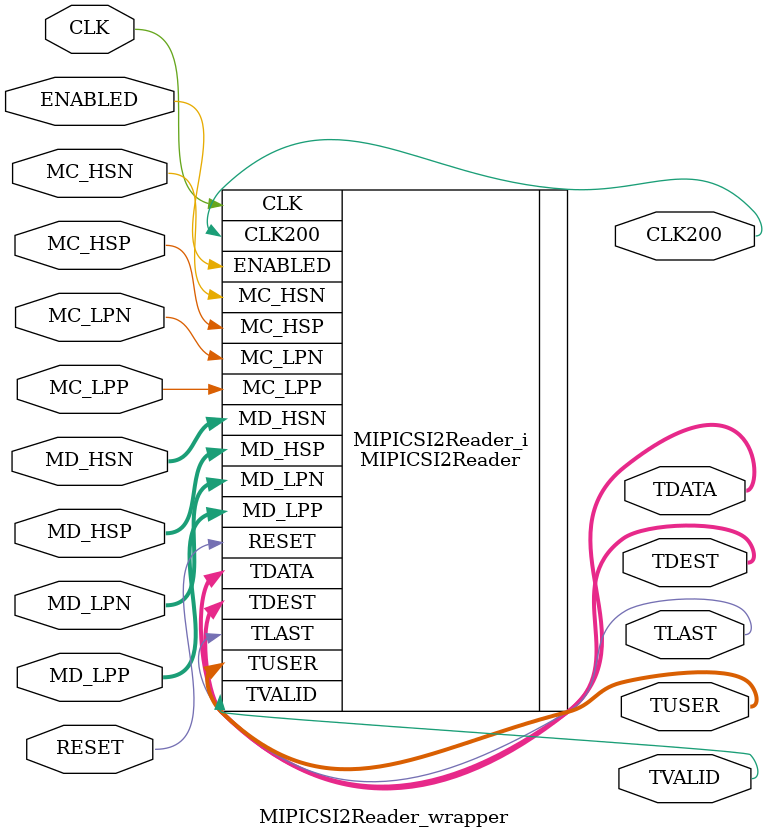
<source format=v>
`timescale 1 ps / 1 ps

module MIPICSI2Reader_wrapper
   (CLK,
    CLK200,
    ENABLED,
    MC_HSN,
    MC_HSP,
    MC_LPN,
    MC_LPP,
    MD_HSN,
    MD_HSP,
    MD_LPN,
    MD_LPP,
    RESET,
    TDATA,
    TDEST,
    TLAST,
    TUSER,
    TVALID);
  input CLK;
  output CLK200;
  input ENABLED;
  input MC_HSN;
  input MC_HSP;
  input MC_LPN;
  input MC_LPP;
  input [1:0]MD_HSN;
  input [1:0]MD_HSP;
  input [1:0]MD_LPN;
  input [1:0]MD_LPP;
  input RESET;
  output [7:0]TDATA;
  output [9:0]TDEST;
  output TLAST;
  output [63:0]TUSER;
  output TVALID;

  wire CLK;
  wire CLK200;
  wire ENABLED;
  wire MC_HSN;
  wire MC_HSP;
  wire MC_LPN;
  wire MC_LPP;
  wire [1:0]MD_HSN;
  wire [1:0]MD_HSP;
  wire [1:0]MD_LPN;
  wire [1:0]MD_LPP;
  wire RESET;
  wire [7:0]TDATA;
  wire [9:0]TDEST;
  wire TLAST;
  wire [63:0]TUSER;
  wire TVALID;

  MIPICSI2Reader MIPICSI2Reader_i
       (.CLK(CLK),
        .CLK200(CLK200),
        .ENABLED(ENABLED),
        .MC_HSN(MC_HSN),
        .MC_HSP(MC_HSP),
        .MC_LPN(MC_LPN),
        .MC_LPP(MC_LPP),
        .MD_HSN(MD_HSN),
        .MD_HSP(MD_HSP),
        .MD_LPN(MD_LPN),
        .MD_LPP(MD_LPP),
        .RESET(RESET),
        .TDATA(TDATA),
        .TDEST(TDEST),
        .TLAST(TLAST),
        .TUSER(TUSER),
        .TVALID(TVALID));
endmodule

</source>
